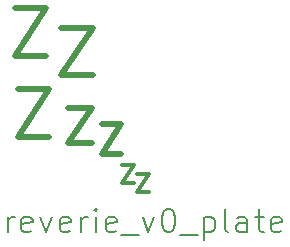
<source format=gbr>
G04 #@! TF.GenerationSoftware,KiCad,Pcbnew,(5.1.4-0-10_14)*
G04 #@! TF.CreationDate,2020-06-19T20:59:03-05:00*
G04 #@! TF.ProjectId,reverie_plate,72657665-7269-4655-9f70-6c6174652e6b,rev?*
G04 #@! TF.SameCoordinates,Original*
G04 #@! TF.FileFunction,Legend,Top*
G04 #@! TF.FilePolarity,Positive*
%FSLAX46Y46*%
G04 Gerber Fmt 4.6, Leading zero omitted, Abs format (unit mm)*
G04 Created by KiCad (PCBNEW (5.1.4-0-10_14)) date 2020-06-19 20:59:03*
%MOMM*%
%LPD*%
G04 APERTURE LIST*
%ADD10C,0.300000*%
%ADD11C,0.500000*%
%ADD12C,0.150000*%
G04 APERTURE END LIST*
D10*
X53475000Y-74362571D02*
X54475000Y-74362571D01*
X53475000Y-75862571D01*
X54475000Y-75862571D01*
D11*
X50474666Y-70131952D02*
X52141333Y-70131952D01*
X50474666Y-72631952D01*
X52141333Y-72631952D01*
X47641000Y-68715142D02*
X49641000Y-68715142D01*
X47641000Y-71715142D01*
X49641000Y-71715142D01*
X43370666Y-67151523D02*
X46037333Y-67151523D01*
X43370666Y-71151523D01*
X46037333Y-71151523D01*
X47053666Y-61944523D02*
X49720333Y-61944523D01*
X47053666Y-65944523D01*
X49720333Y-65944523D01*
X43116666Y-60293523D02*
X45783333Y-60293523D01*
X43116666Y-64293523D01*
X45783333Y-64293523D01*
D10*
X52205000Y-73600571D02*
X53205000Y-73600571D01*
X52205000Y-75100571D01*
X53205000Y-75100571D01*
D12*
X42530571Y-79263761D02*
X42530571Y-77930428D01*
X42530571Y-78311380D02*
X42625809Y-78120904D01*
X42721047Y-78025666D01*
X42911523Y-77930428D01*
X43102000Y-77930428D01*
X44530571Y-79168523D02*
X44340095Y-79263761D01*
X43959142Y-79263761D01*
X43768666Y-79168523D01*
X43673428Y-78978047D01*
X43673428Y-78216142D01*
X43768666Y-78025666D01*
X43959142Y-77930428D01*
X44340095Y-77930428D01*
X44530571Y-78025666D01*
X44625809Y-78216142D01*
X44625809Y-78406619D01*
X43673428Y-78597095D01*
X45292476Y-77930428D02*
X45768666Y-79263761D01*
X46244857Y-77930428D01*
X47768666Y-79168523D02*
X47578190Y-79263761D01*
X47197238Y-79263761D01*
X47006761Y-79168523D01*
X46911523Y-78978047D01*
X46911523Y-78216142D01*
X47006761Y-78025666D01*
X47197238Y-77930428D01*
X47578190Y-77930428D01*
X47768666Y-78025666D01*
X47863904Y-78216142D01*
X47863904Y-78406619D01*
X46911523Y-78597095D01*
X48721047Y-79263761D02*
X48721047Y-77930428D01*
X48721047Y-78311380D02*
X48816285Y-78120904D01*
X48911523Y-78025666D01*
X49102000Y-77930428D01*
X49292476Y-77930428D01*
X49959142Y-79263761D02*
X49959142Y-77930428D01*
X49959142Y-77263761D02*
X49863904Y-77359000D01*
X49959142Y-77454238D01*
X50054380Y-77359000D01*
X49959142Y-77263761D01*
X49959142Y-77454238D01*
X51673428Y-79168523D02*
X51482952Y-79263761D01*
X51102000Y-79263761D01*
X50911523Y-79168523D01*
X50816285Y-78978047D01*
X50816285Y-78216142D01*
X50911523Y-78025666D01*
X51102000Y-77930428D01*
X51482952Y-77930428D01*
X51673428Y-78025666D01*
X51768666Y-78216142D01*
X51768666Y-78406619D01*
X50816285Y-78597095D01*
X52149619Y-79454238D02*
X53673428Y-79454238D01*
X53959142Y-77930428D02*
X54435333Y-79263761D01*
X54911523Y-77930428D01*
X56054380Y-77263761D02*
X56244857Y-77263761D01*
X56435333Y-77359000D01*
X56530571Y-77454238D01*
X56625809Y-77644714D01*
X56721047Y-78025666D01*
X56721047Y-78501857D01*
X56625809Y-78882809D01*
X56530571Y-79073285D01*
X56435333Y-79168523D01*
X56244857Y-79263761D01*
X56054380Y-79263761D01*
X55863904Y-79168523D01*
X55768666Y-79073285D01*
X55673428Y-78882809D01*
X55578190Y-78501857D01*
X55578190Y-78025666D01*
X55673428Y-77644714D01*
X55768666Y-77454238D01*
X55863904Y-77359000D01*
X56054380Y-77263761D01*
X57102000Y-79454238D02*
X58625809Y-79454238D01*
X59102000Y-77930428D02*
X59102000Y-79930428D01*
X59102000Y-78025666D02*
X59292476Y-77930428D01*
X59673428Y-77930428D01*
X59863904Y-78025666D01*
X59959142Y-78120904D01*
X60054380Y-78311380D01*
X60054380Y-78882809D01*
X59959142Y-79073285D01*
X59863904Y-79168523D01*
X59673428Y-79263761D01*
X59292476Y-79263761D01*
X59102000Y-79168523D01*
X61197238Y-79263761D02*
X61006761Y-79168523D01*
X60911523Y-78978047D01*
X60911523Y-77263761D01*
X62816285Y-79263761D02*
X62816285Y-78216142D01*
X62721047Y-78025666D01*
X62530571Y-77930428D01*
X62149619Y-77930428D01*
X61959142Y-78025666D01*
X62816285Y-79168523D02*
X62625809Y-79263761D01*
X62149619Y-79263761D01*
X61959142Y-79168523D01*
X61863904Y-78978047D01*
X61863904Y-78787571D01*
X61959142Y-78597095D01*
X62149619Y-78501857D01*
X62625809Y-78501857D01*
X62816285Y-78406619D01*
X63482952Y-77930428D02*
X64244857Y-77930428D01*
X63768666Y-77263761D02*
X63768666Y-78978047D01*
X63863904Y-79168523D01*
X64054380Y-79263761D01*
X64244857Y-79263761D01*
X65673428Y-79168523D02*
X65482952Y-79263761D01*
X65102000Y-79263761D01*
X64911523Y-79168523D01*
X64816285Y-78978047D01*
X64816285Y-78216142D01*
X64911523Y-78025666D01*
X65102000Y-77930428D01*
X65482952Y-77930428D01*
X65673428Y-78025666D01*
X65768666Y-78216142D01*
X65768666Y-78406619D01*
X64816285Y-78597095D01*
M02*

</source>
